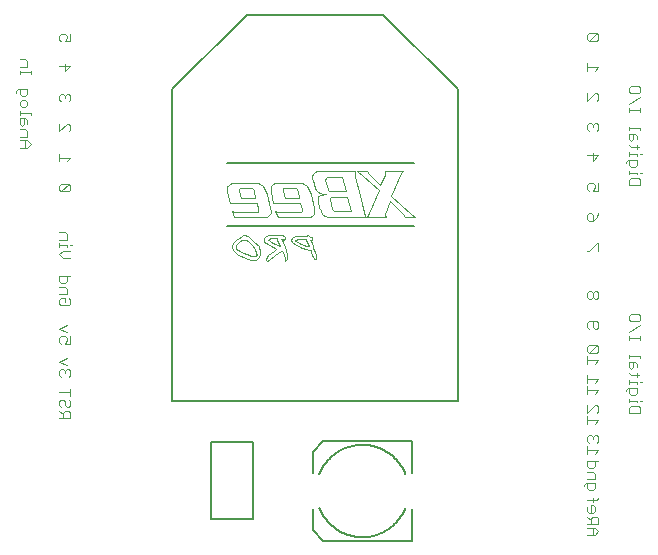
<source format=gbo>
G75*
%MOIN*%
%OFA0B0*%
%FSLAX25Y25*%
%IPPOS*%
%LPD*%
%AMOC8*
5,1,8,0,0,1.08239X$1,22.5*
%
%ADD10C,0.00300*%
%ADD11C,0.00800*%
%ADD12C,0.00600*%
%ADD13C,0.00400*%
D10*
X0152132Y0180593D02*
X0155835Y0180593D01*
X0155835Y0182445D01*
X0155218Y0183062D01*
X0153984Y0183062D01*
X0153367Y0182445D01*
X0153367Y0180593D01*
X0153367Y0181828D02*
X0152132Y0183062D01*
X0152749Y0184276D02*
X0152132Y0184894D01*
X0152132Y0186128D01*
X0152749Y0186745D01*
X0153367Y0186745D01*
X0153984Y0186128D01*
X0153984Y0184894D01*
X0154601Y0184276D01*
X0155218Y0184276D01*
X0155835Y0184894D01*
X0155835Y0186128D01*
X0155218Y0186745D01*
X0155835Y0187959D02*
X0155835Y0190428D01*
X0155835Y0189194D02*
X0152132Y0189194D01*
X0152749Y0194453D02*
X0152132Y0195070D01*
X0152132Y0196305D01*
X0152749Y0196922D01*
X0153367Y0196922D01*
X0153984Y0196305D01*
X0153984Y0195687D01*
X0153984Y0196305D02*
X0154601Y0196922D01*
X0155218Y0196922D01*
X0155835Y0196305D01*
X0155835Y0195070D01*
X0155218Y0194453D01*
X0154601Y0198136D02*
X0152132Y0199371D01*
X0154601Y0200605D01*
X0153984Y0205453D02*
X0154601Y0206687D01*
X0154601Y0207305D01*
X0153984Y0207922D01*
X0152749Y0207922D01*
X0152132Y0207305D01*
X0152132Y0206070D01*
X0152749Y0205453D01*
X0153984Y0205453D02*
X0155835Y0205453D01*
X0155835Y0207922D01*
X0154601Y0209136D02*
X0152132Y0210371D01*
X0154601Y0211605D01*
X0155218Y0218173D02*
X0152749Y0218173D01*
X0152132Y0218790D01*
X0152132Y0220024D01*
X0152749Y0220641D01*
X0153984Y0220641D01*
X0153984Y0219407D01*
X0155218Y0218173D02*
X0155835Y0218790D01*
X0155835Y0220024D01*
X0155218Y0220641D01*
X0154601Y0221856D02*
X0154601Y0223707D01*
X0153984Y0224325D01*
X0152132Y0224325D01*
X0152749Y0225539D02*
X0153984Y0225539D01*
X0154601Y0226156D01*
X0154601Y0228008D01*
X0155835Y0228008D02*
X0152132Y0228008D01*
X0152132Y0226156D01*
X0152749Y0225539D01*
X0152132Y0221856D02*
X0154601Y0221856D01*
X0155835Y0233953D02*
X0153367Y0233953D01*
X0152132Y0235187D01*
X0153367Y0236422D01*
X0155835Y0236422D01*
X0154601Y0237636D02*
X0154601Y0238253D01*
X0152132Y0238253D01*
X0152132Y0237636D02*
X0152132Y0238871D01*
X0152132Y0240092D02*
X0154601Y0240092D01*
X0154601Y0241943D01*
X0153984Y0242560D01*
X0152132Y0242560D01*
X0155835Y0238253D02*
X0156452Y0238253D01*
X0155218Y0256133D02*
X0155835Y0256750D01*
X0155835Y0257985D01*
X0155218Y0258602D01*
X0152749Y0256133D01*
X0152132Y0256750D01*
X0152132Y0257985D01*
X0152749Y0258602D01*
X0155218Y0258602D01*
X0155218Y0256133D02*
X0152749Y0256133D01*
X0152132Y0266133D02*
X0152132Y0268602D01*
X0152132Y0267367D02*
X0155835Y0267367D01*
X0154601Y0266133D01*
X0155218Y0276133D02*
X0155835Y0276750D01*
X0155835Y0277985D01*
X0155218Y0278602D01*
X0154601Y0278602D01*
X0152132Y0276133D01*
X0152132Y0278602D01*
X0152749Y0286133D02*
X0152132Y0286750D01*
X0152132Y0287985D01*
X0152749Y0288602D01*
X0153367Y0288602D01*
X0153984Y0287985D01*
X0153984Y0287367D01*
X0153984Y0287985D02*
X0154601Y0288602D01*
X0155218Y0288602D01*
X0155835Y0287985D01*
X0155835Y0286750D01*
X0155218Y0286133D01*
X0153984Y0296133D02*
X0153984Y0298602D01*
X0155835Y0297985D02*
X0153984Y0296133D01*
X0155835Y0297985D02*
X0152132Y0297985D01*
X0152749Y0306133D02*
X0152132Y0306750D01*
X0152132Y0307985D01*
X0152749Y0308602D01*
X0153984Y0308602D01*
X0154601Y0307985D01*
X0154601Y0307367D01*
X0153984Y0306133D01*
X0155835Y0306133D01*
X0155835Y0308602D01*
X0141421Y0299534D02*
X0141421Y0297682D01*
X0138952Y0297682D01*
X0138952Y0296461D02*
X0138952Y0295227D01*
X0138952Y0295844D02*
X0142655Y0295844D01*
X0142655Y0295227D02*
X0142655Y0296461D01*
X0141421Y0299534D02*
X0140804Y0300151D01*
X0138952Y0300151D01*
X0138952Y0290329D02*
X0138952Y0288478D01*
X0139569Y0287861D01*
X0140804Y0287861D01*
X0141421Y0288478D01*
X0141421Y0290329D01*
X0138335Y0290329D01*
X0137718Y0289712D01*
X0137718Y0289095D01*
X0139569Y0286646D02*
X0140804Y0286646D01*
X0141421Y0286029D01*
X0141421Y0284795D01*
X0140804Y0284178D01*
X0139569Y0284178D01*
X0138952Y0284795D01*
X0138952Y0286029D01*
X0139569Y0286646D01*
X0138952Y0282957D02*
X0138952Y0281722D01*
X0138952Y0282339D02*
X0142655Y0282339D01*
X0142655Y0281722D01*
X0141421Y0279891D02*
X0140804Y0280508D01*
X0138952Y0280508D01*
X0138952Y0278656D01*
X0139569Y0278039D01*
X0140187Y0278656D01*
X0140187Y0280508D01*
X0141421Y0279891D02*
X0141421Y0278656D01*
X0140804Y0276825D02*
X0138952Y0276825D01*
X0140804Y0276825D02*
X0141421Y0276207D01*
X0141421Y0274356D01*
X0138952Y0274356D01*
X0138952Y0273141D02*
X0141421Y0273141D01*
X0142655Y0271907D01*
X0141421Y0270673D01*
X0138952Y0270673D01*
X0140804Y0270673D02*
X0140804Y0273141D01*
X0328132Y0277067D02*
X0328749Y0276450D01*
X0328132Y0277067D02*
X0328132Y0278301D01*
X0328749Y0278919D01*
X0329367Y0278919D01*
X0329984Y0278301D01*
X0329984Y0277684D01*
X0329984Y0278301D02*
X0330601Y0278919D01*
X0331218Y0278919D01*
X0331835Y0278301D01*
X0331835Y0277067D01*
X0331218Y0276450D01*
X0329984Y0268919D02*
X0329984Y0266450D01*
X0331835Y0268301D01*
X0328132Y0268301D01*
X0328749Y0258919D02*
X0328132Y0258301D01*
X0328132Y0257067D01*
X0328749Y0256450D01*
X0329984Y0256450D02*
X0330601Y0257684D01*
X0330601Y0258301D01*
X0329984Y0258919D01*
X0328749Y0258919D01*
X0329984Y0256450D02*
X0331835Y0256450D01*
X0331835Y0258919D01*
X0331835Y0248919D02*
X0331218Y0247684D01*
X0329984Y0246450D01*
X0329984Y0248301D01*
X0329367Y0248919D01*
X0328749Y0248919D01*
X0328132Y0248301D01*
X0328132Y0247067D01*
X0328749Y0246450D01*
X0329984Y0246450D01*
X0331218Y0238919D02*
X0328749Y0236450D01*
X0328132Y0236450D01*
X0331835Y0236450D02*
X0331835Y0238919D01*
X0331218Y0238919D01*
X0331218Y0222919D02*
X0330601Y0222919D01*
X0329984Y0222301D01*
X0329984Y0221067D01*
X0330601Y0220450D01*
X0331218Y0220450D01*
X0331835Y0221067D01*
X0331835Y0222301D01*
X0331218Y0222919D01*
X0329984Y0222301D02*
X0329367Y0222919D01*
X0328749Y0222919D01*
X0328132Y0222301D01*
X0328132Y0221067D01*
X0328749Y0220450D01*
X0329367Y0220450D01*
X0329984Y0221067D01*
X0329984Y0212919D02*
X0329984Y0211067D01*
X0330601Y0210450D01*
X0331218Y0210450D01*
X0331835Y0211067D01*
X0331835Y0212301D01*
X0331218Y0212919D01*
X0328749Y0212919D01*
X0328132Y0212301D01*
X0328132Y0211067D01*
X0328749Y0210450D01*
X0328749Y0204919D02*
X0328132Y0204301D01*
X0328132Y0203067D01*
X0328749Y0202450D01*
X0331218Y0204919D01*
X0328749Y0204919D01*
X0331218Y0204919D02*
X0331835Y0204301D01*
X0331835Y0203067D01*
X0331218Y0202450D01*
X0328749Y0202450D01*
X0328132Y0201235D02*
X0328132Y0198767D01*
X0328132Y0200001D02*
X0331835Y0200001D01*
X0330601Y0198767D01*
X0328132Y0194919D02*
X0328132Y0192450D01*
X0328132Y0191235D02*
X0328132Y0188767D01*
X0328132Y0190001D02*
X0331835Y0190001D01*
X0330601Y0188767D01*
X0330601Y0192450D02*
X0331835Y0193684D01*
X0328132Y0193684D01*
X0328132Y0184919D02*
X0328132Y0182450D01*
X0330601Y0184919D01*
X0331218Y0184919D01*
X0331835Y0184301D01*
X0331835Y0183067D01*
X0331218Y0182450D01*
X0331835Y0180001D02*
X0328132Y0180001D01*
X0328132Y0178767D02*
X0328132Y0181235D01*
X0330601Y0178767D02*
X0331835Y0180001D01*
X0331218Y0174919D02*
X0330601Y0174919D01*
X0329984Y0174301D01*
X0329367Y0174919D01*
X0328749Y0174919D01*
X0328132Y0174301D01*
X0328132Y0173067D01*
X0328749Y0172450D01*
X0328132Y0171235D02*
X0328132Y0168767D01*
X0328132Y0170001D02*
X0331835Y0170001D01*
X0330601Y0168767D01*
X0330601Y0166419D02*
X0330601Y0164567D01*
X0329984Y0163950D01*
X0328749Y0163950D01*
X0328132Y0164567D01*
X0328132Y0166419D01*
X0331835Y0166419D01*
X0329984Y0162735D02*
X0328132Y0162735D01*
X0329984Y0162735D02*
X0330601Y0162118D01*
X0330601Y0160267D01*
X0328132Y0160267D01*
X0328132Y0159052D02*
X0328132Y0157201D01*
X0328749Y0156584D01*
X0329984Y0156584D01*
X0330601Y0157201D01*
X0330601Y0159052D01*
X0327515Y0159052D01*
X0326898Y0158435D01*
X0326898Y0157818D01*
X0328132Y0153295D02*
X0331218Y0153295D01*
X0331835Y0153912D01*
X0329984Y0153912D02*
X0329984Y0152677D01*
X0329984Y0151463D02*
X0329367Y0151463D01*
X0329367Y0148994D01*
X0329984Y0148994D02*
X0330601Y0149612D01*
X0330601Y0150846D01*
X0329984Y0151463D01*
X0328132Y0150846D02*
X0328132Y0149612D01*
X0328749Y0148994D01*
X0329984Y0148994D01*
X0329984Y0147780D02*
X0329367Y0147163D01*
X0329367Y0145311D01*
X0329367Y0146546D02*
X0328132Y0147780D01*
X0329984Y0147780D02*
X0331218Y0147780D01*
X0331835Y0147163D01*
X0331835Y0145311D01*
X0328132Y0145311D01*
X0328132Y0144097D02*
X0330601Y0144097D01*
X0331835Y0142862D01*
X0330601Y0141628D01*
X0328132Y0141628D01*
X0329984Y0141628D02*
X0329984Y0144097D01*
X0331218Y0172450D02*
X0331835Y0173067D01*
X0331835Y0174301D01*
X0331218Y0174919D01*
X0329984Y0174301D02*
X0329984Y0173684D01*
X0342132Y0182133D02*
X0342132Y0183985D01*
X0342749Y0184602D01*
X0345218Y0184602D01*
X0345835Y0183985D01*
X0345835Y0182133D01*
X0342132Y0182133D01*
X0342132Y0185816D02*
X0342132Y0187050D01*
X0342132Y0186433D02*
X0344601Y0186433D01*
X0344601Y0185816D01*
X0345835Y0186433D02*
X0346452Y0186433D01*
X0344601Y0188889D02*
X0344601Y0190740D01*
X0341515Y0190740D01*
X0340898Y0190123D01*
X0340898Y0189506D01*
X0342132Y0188889D02*
X0342132Y0190740D01*
X0342132Y0191955D02*
X0342132Y0193189D01*
X0342132Y0192572D02*
X0344601Y0192572D01*
X0344601Y0191955D01*
X0345835Y0192572D02*
X0346452Y0192572D01*
X0344601Y0194410D02*
X0344601Y0195644D01*
X0345218Y0195027D02*
X0342749Y0195027D01*
X0342132Y0195644D01*
X0342749Y0196866D02*
X0343367Y0197483D01*
X0343367Y0199334D01*
X0343984Y0199334D02*
X0342132Y0199334D01*
X0342132Y0197483D01*
X0342749Y0196866D01*
X0344601Y0197483D02*
X0344601Y0198717D01*
X0343984Y0199334D01*
X0345835Y0200549D02*
X0345835Y0201166D01*
X0342132Y0201166D01*
X0342132Y0200549D02*
X0342132Y0201783D01*
X0342132Y0206687D02*
X0342132Y0207922D01*
X0342132Y0207304D02*
X0345835Y0207304D01*
X0345835Y0206687D02*
X0345835Y0207922D01*
X0345835Y0211611D02*
X0342132Y0209143D01*
X0342749Y0212826D02*
X0342132Y0213443D01*
X0342132Y0214677D01*
X0342749Y0215295D01*
X0345218Y0215295D01*
X0345835Y0214677D01*
X0345835Y0213443D01*
X0345218Y0212826D01*
X0342749Y0212826D01*
X0342132Y0188889D02*
X0342749Y0188272D01*
X0343984Y0188272D01*
X0344601Y0188889D01*
X0345835Y0258133D02*
X0345835Y0259985D01*
X0345218Y0260602D01*
X0342749Y0260602D01*
X0342132Y0259985D01*
X0342132Y0258133D01*
X0345835Y0258133D01*
X0344601Y0261816D02*
X0344601Y0262433D01*
X0342132Y0262433D01*
X0342132Y0261816D02*
X0342132Y0263050D01*
X0342749Y0264272D02*
X0342132Y0264889D01*
X0342132Y0266740D01*
X0341515Y0266740D02*
X0344601Y0266740D01*
X0344601Y0264889D01*
X0343984Y0264272D01*
X0342749Y0264272D01*
X0340898Y0265506D02*
X0340898Y0266123D01*
X0341515Y0266740D01*
X0342132Y0267955D02*
X0342132Y0269189D01*
X0342132Y0268572D02*
X0344601Y0268572D01*
X0344601Y0267955D01*
X0345835Y0268572D02*
X0346452Y0268572D01*
X0344601Y0270410D02*
X0344601Y0271644D01*
X0345218Y0271027D02*
X0342749Y0271027D01*
X0342132Y0271644D01*
X0342749Y0272866D02*
X0343367Y0273483D01*
X0343367Y0275334D01*
X0343984Y0275334D02*
X0342132Y0275334D01*
X0342132Y0273483D01*
X0342749Y0272866D01*
X0344601Y0273483D02*
X0344601Y0274717D01*
X0343984Y0275334D01*
X0345835Y0276549D02*
X0345835Y0277166D01*
X0342132Y0277166D01*
X0342132Y0276549D02*
X0342132Y0277783D01*
X0342132Y0282687D02*
X0342132Y0283922D01*
X0342132Y0283304D02*
X0345835Y0283304D01*
X0345835Y0282687D02*
X0345835Y0283922D01*
X0345835Y0287611D02*
X0342132Y0285143D01*
X0342749Y0288826D02*
X0342132Y0289443D01*
X0342132Y0290677D01*
X0342749Y0291295D01*
X0345218Y0291295D01*
X0345835Y0290677D01*
X0345835Y0289443D01*
X0345218Y0288826D01*
X0342749Y0288826D01*
X0331835Y0288301D02*
X0331835Y0287067D01*
X0331218Y0286450D01*
X0331835Y0288301D02*
X0331218Y0288919D01*
X0330601Y0288919D01*
X0328132Y0286450D01*
X0328132Y0288919D01*
X0328132Y0296450D02*
X0328132Y0298919D01*
X0328132Y0297684D02*
X0331835Y0297684D01*
X0330601Y0296450D01*
X0331218Y0306450D02*
X0328749Y0306450D01*
X0331218Y0308919D01*
X0328749Y0308919D01*
X0328132Y0308301D01*
X0328132Y0307067D01*
X0328749Y0306450D01*
X0331218Y0306450D02*
X0331835Y0307067D01*
X0331835Y0308301D01*
X0331218Y0308919D01*
X0345835Y0262433D02*
X0346452Y0262433D01*
D11*
X0285014Y0290160D02*
X0260112Y0315062D01*
X0214640Y0315062D01*
X0189738Y0290160D01*
X0189738Y0186203D01*
X0285014Y0186203D01*
X0285014Y0290160D01*
X0269659Y0172837D02*
X0240132Y0172837D01*
X0236588Y0169294D01*
X0236588Y0162207D01*
X0236588Y0150396D02*
X0236588Y0143310D01*
X0240132Y0139766D01*
X0269659Y0139766D01*
X0269659Y0150396D01*
X0269659Y0162207D02*
X0269659Y0172837D01*
X0267494Y0150790D02*
X0267356Y0150442D01*
X0267209Y0150098D01*
X0267054Y0149757D01*
X0266891Y0149420D01*
X0266719Y0149087D01*
X0266539Y0148758D01*
X0266352Y0148434D01*
X0266157Y0148114D01*
X0265953Y0147800D01*
X0265743Y0147490D01*
X0265525Y0147186D01*
X0265299Y0146887D01*
X0265066Y0146593D01*
X0264827Y0146305D01*
X0264580Y0146024D01*
X0264326Y0145748D01*
X0264066Y0145479D01*
X0263800Y0145215D01*
X0263527Y0144959D01*
X0263248Y0144709D01*
X0262963Y0144466D01*
X0262672Y0144230D01*
X0262375Y0144002D01*
X0262073Y0143780D01*
X0261766Y0143566D01*
X0261453Y0143360D01*
X0261136Y0143161D01*
X0260814Y0142970D01*
X0260487Y0142787D01*
X0260156Y0142611D01*
X0259821Y0142444D01*
X0259482Y0142286D01*
X0259139Y0142135D01*
X0258792Y0141993D01*
X0258443Y0141859D01*
X0258090Y0141734D01*
X0257734Y0141618D01*
X0257375Y0141510D01*
X0257014Y0141411D01*
X0256650Y0141320D01*
X0256285Y0141239D01*
X0255917Y0141167D01*
X0255548Y0141103D01*
X0255178Y0141049D01*
X0254806Y0141003D01*
X0254433Y0140967D01*
X0254060Y0140939D01*
X0253686Y0140921D01*
X0253311Y0140912D01*
X0252937Y0140912D01*
X0252562Y0140921D01*
X0252188Y0140939D01*
X0251815Y0140967D01*
X0251442Y0141003D01*
X0251070Y0141049D01*
X0250700Y0141103D01*
X0250331Y0141167D01*
X0249963Y0141239D01*
X0249598Y0141320D01*
X0249234Y0141411D01*
X0248873Y0141510D01*
X0248514Y0141618D01*
X0248158Y0141734D01*
X0247805Y0141859D01*
X0247456Y0141993D01*
X0247109Y0142135D01*
X0246766Y0142286D01*
X0246427Y0142444D01*
X0246092Y0142611D01*
X0245761Y0142787D01*
X0245434Y0142970D01*
X0245112Y0143161D01*
X0244795Y0143360D01*
X0244482Y0143566D01*
X0244175Y0143780D01*
X0243873Y0144002D01*
X0243576Y0144230D01*
X0243285Y0144466D01*
X0243000Y0144709D01*
X0242721Y0144959D01*
X0242448Y0145215D01*
X0242182Y0145479D01*
X0241922Y0145748D01*
X0241668Y0146024D01*
X0241421Y0146305D01*
X0241182Y0146593D01*
X0240949Y0146887D01*
X0240723Y0147186D01*
X0240505Y0147490D01*
X0240295Y0147800D01*
X0240091Y0148114D01*
X0239896Y0148434D01*
X0239709Y0148758D01*
X0239529Y0149087D01*
X0239357Y0149420D01*
X0239194Y0149757D01*
X0239039Y0150098D01*
X0238892Y0150442D01*
X0238754Y0150790D01*
X0238754Y0161814D02*
X0238892Y0162162D01*
X0239039Y0162506D01*
X0239194Y0162847D01*
X0239357Y0163184D01*
X0239529Y0163517D01*
X0239709Y0163846D01*
X0239896Y0164170D01*
X0240091Y0164490D01*
X0240295Y0164804D01*
X0240505Y0165114D01*
X0240723Y0165418D01*
X0240949Y0165717D01*
X0241182Y0166011D01*
X0241421Y0166299D01*
X0241668Y0166580D01*
X0241922Y0166856D01*
X0242182Y0167125D01*
X0242448Y0167389D01*
X0242721Y0167645D01*
X0243000Y0167895D01*
X0243285Y0168138D01*
X0243576Y0168374D01*
X0243873Y0168602D01*
X0244175Y0168824D01*
X0244482Y0169038D01*
X0244795Y0169244D01*
X0245112Y0169443D01*
X0245434Y0169634D01*
X0245761Y0169817D01*
X0246092Y0169993D01*
X0246427Y0170160D01*
X0246766Y0170318D01*
X0247109Y0170469D01*
X0247456Y0170611D01*
X0247805Y0170745D01*
X0248158Y0170870D01*
X0248514Y0170986D01*
X0248873Y0171094D01*
X0249234Y0171193D01*
X0249598Y0171284D01*
X0249963Y0171365D01*
X0250331Y0171437D01*
X0250700Y0171501D01*
X0251070Y0171555D01*
X0251442Y0171601D01*
X0251815Y0171637D01*
X0252188Y0171665D01*
X0252562Y0171683D01*
X0252937Y0171692D01*
X0253311Y0171692D01*
X0253686Y0171683D01*
X0254060Y0171665D01*
X0254433Y0171637D01*
X0254806Y0171601D01*
X0255178Y0171555D01*
X0255548Y0171501D01*
X0255917Y0171437D01*
X0256285Y0171365D01*
X0256650Y0171284D01*
X0257014Y0171193D01*
X0257375Y0171094D01*
X0257734Y0170986D01*
X0258090Y0170870D01*
X0258443Y0170745D01*
X0258792Y0170611D01*
X0259139Y0170469D01*
X0259482Y0170318D01*
X0259821Y0170160D01*
X0260156Y0169993D01*
X0260487Y0169817D01*
X0260814Y0169634D01*
X0261136Y0169443D01*
X0261453Y0169244D01*
X0261766Y0169038D01*
X0262073Y0168824D01*
X0262375Y0168602D01*
X0262672Y0168374D01*
X0262963Y0168138D01*
X0263248Y0167895D01*
X0263527Y0167645D01*
X0263800Y0167389D01*
X0264066Y0167125D01*
X0264326Y0166856D01*
X0264580Y0166580D01*
X0264827Y0166299D01*
X0265066Y0166011D01*
X0265299Y0165717D01*
X0265525Y0165418D01*
X0265743Y0165114D01*
X0265953Y0164804D01*
X0266157Y0164490D01*
X0266352Y0164170D01*
X0266539Y0163846D01*
X0266719Y0163517D01*
X0266891Y0163184D01*
X0267054Y0162847D01*
X0267209Y0162506D01*
X0267356Y0162162D01*
X0267494Y0161814D01*
X0216817Y0172747D02*
X0216817Y0146944D01*
X0202817Y0146944D01*
X0202817Y0172747D01*
X0216817Y0172747D01*
D12*
X0208101Y0244739D02*
X0270379Y0244739D01*
X0270379Y0265627D02*
X0208101Y0265627D01*
D13*
X0209526Y0258883D02*
X0208923Y0258664D01*
X0208210Y0258116D01*
X0207991Y0257897D01*
X0207991Y0255978D01*
X0208923Y0252195D01*
X0217914Y0252195D01*
X0218353Y0250331D01*
X0218462Y0250002D01*
X0218408Y0249618D01*
X0218188Y0249454D01*
X0210294Y0249454D01*
X0209581Y0249564D01*
X0210349Y0247699D01*
X0221204Y0247699D01*
X0221642Y0247809D01*
X0222081Y0248138D01*
X0222355Y0248522D01*
X0222520Y0249125D01*
X0222520Y0249673D01*
X0222410Y0250550D01*
X0221313Y0255430D01*
X0221149Y0256033D01*
X0220491Y0257348D01*
X0219997Y0258061D01*
X0219120Y0258609D01*
X0218462Y0258829D01*
X0218134Y0258883D01*
X0209526Y0258883D01*
X0212048Y0256965D02*
X0212048Y0256252D01*
X0212651Y0253895D01*
X0217366Y0253895D01*
X0217421Y0253949D01*
X0217037Y0256197D01*
X0216873Y0256636D01*
X0216653Y0257020D01*
X0216324Y0257184D01*
X0212432Y0257184D01*
X0212213Y0257129D01*
X0212048Y0256965D01*
X0222574Y0257897D02*
X0222574Y0255978D01*
X0223506Y0252195D01*
X0232497Y0252195D01*
X0232936Y0250331D01*
X0233045Y0250002D01*
X0232990Y0249618D01*
X0232771Y0249454D01*
X0224877Y0249454D01*
X0224164Y0249564D01*
X0224931Y0247699D01*
X0235786Y0247699D01*
X0236225Y0247809D01*
X0236664Y0248138D01*
X0236938Y0248522D01*
X0237102Y0249125D01*
X0237102Y0249673D01*
X0236992Y0250550D01*
X0235896Y0255430D01*
X0235731Y0256033D01*
X0235073Y0257348D01*
X0234580Y0258061D01*
X0233703Y0258609D01*
X0233045Y0258829D01*
X0232716Y0258883D01*
X0224109Y0258883D01*
X0223506Y0258664D01*
X0222793Y0258116D01*
X0222574Y0257897D01*
X0226631Y0256965D02*
X0226631Y0256252D01*
X0227234Y0253895D01*
X0231949Y0253895D01*
X0232003Y0253949D01*
X0231620Y0256197D01*
X0231455Y0256636D01*
X0231236Y0257020D01*
X0230907Y0257184D01*
X0227015Y0257184D01*
X0226796Y0257129D01*
X0226631Y0256965D01*
X0236499Y0260364D02*
X0236664Y0259925D01*
X0237322Y0257184D01*
X0237541Y0256636D01*
X0238363Y0255813D01*
X0239021Y0255539D01*
X0239898Y0255320D01*
X0240994Y0255320D01*
X0239405Y0255101D01*
X0238253Y0254553D01*
X0238199Y0254443D01*
X0238199Y0252962D01*
X0238801Y0250550D01*
X0239185Y0249948D01*
X0239295Y0249290D01*
X0240117Y0248357D01*
X0240775Y0248029D01*
X0241817Y0247699D01*
X0260840Y0247699D01*
X0260511Y0248303D01*
X0260511Y0248686D01*
X0262266Y0253018D01*
X0266816Y0248577D01*
X0267309Y0247699D01*
X0270544Y0247699D01*
X0269173Y0248686D01*
X0262814Y0254662D01*
X0265939Y0262283D01*
X0266542Y0262886D01*
X0260511Y0262886D01*
X0260511Y0262557D01*
X0260676Y0262228D01*
X0260511Y0261953D01*
X0260511Y0261679D01*
X0259141Y0258225D01*
X0255248Y0262063D01*
X0255029Y0262337D01*
X0254865Y0262666D01*
X0254810Y0262886D01*
X0251356Y0262886D01*
X0252069Y0262392D01*
X0252617Y0262009D01*
X0253384Y0261351D01*
X0258538Y0256526D01*
X0255468Y0248960D01*
X0254590Y0247755D01*
X0254426Y0247755D01*
X0254097Y0248083D01*
X0253659Y0249399D01*
X0253001Y0251866D01*
X0252233Y0254991D01*
X0250808Y0260802D01*
X0250588Y0261789D01*
X0250588Y0262886D01*
X0238144Y0262886D01*
X0237486Y0262721D01*
X0237047Y0262447D01*
X0236718Y0261844D01*
X0236499Y0261296D01*
X0236499Y0260364D01*
X0240830Y0259870D02*
X0241597Y0256965D01*
X0241762Y0256581D01*
X0242091Y0256362D01*
X0247573Y0256362D01*
X0246422Y0261022D01*
X0241378Y0261022D01*
X0240885Y0260748D01*
X0240830Y0259870D01*
X0242968Y0254388D02*
X0242529Y0254223D01*
X0242255Y0253840D01*
X0242255Y0253675D01*
X0243078Y0250441D01*
X0243297Y0250112D01*
X0243681Y0249673D01*
X0243900Y0249564D01*
X0249218Y0249564D01*
X0247957Y0254388D01*
X0242968Y0254388D01*
X0236225Y0240901D02*
X0236225Y0239970D01*
X0235786Y0239970D01*
X0236060Y0239531D01*
X0236334Y0238873D01*
X0236609Y0237996D01*
X0236773Y0237338D01*
X0236883Y0236625D01*
X0237212Y0235858D01*
X0237705Y0234816D01*
X0237815Y0234378D01*
X0237815Y0233994D01*
X0237596Y0233665D01*
X0237322Y0233501D01*
X0237102Y0233610D01*
X0236992Y0233829D01*
X0236773Y0234213D01*
X0236499Y0235090D01*
X0236170Y0236077D01*
X0236006Y0236571D01*
X0235622Y0236571D01*
X0235293Y0236625D01*
X0234306Y0236845D01*
X0233045Y0237338D01*
X0230633Y0238544D01*
X0229975Y0238983D01*
X0229646Y0239366D01*
X0229427Y0239860D01*
X0229427Y0240079D01*
X0229701Y0240573D01*
X0230797Y0241231D01*
X0232387Y0241395D01*
X0234361Y0241395D01*
X0234854Y0241669D01*
X0235293Y0241231D01*
X0235731Y0240901D01*
X0236225Y0240901D01*
X0234416Y0240024D02*
X0234306Y0240299D01*
X0231510Y0240299D01*
X0230852Y0240024D01*
X0230688Y0239915D01*
X0230743Y0239750D01*
X0231017Y0239531D01*
X0231894Y0239092D01*
X0232607Y0238599D01*
X0233594Y0238325D01*
X0234306Y0238051D01*
X0234745Y0237996D01*
X0235403Y0237996D01*
X0234416Y0240024D01*
X0227453Y0240627D02*
X0227398Y0240957D01*
X0227070Y0241285D01*
X0226466Y0241505D01*
X0225754Y0241779D01*
X0222574Y0241779D01*
X0221916Y0241614D01*
X0221149Y0241340D01*
X0220710Y0241066D01*
X0220326Y0240627D01*
X0220217Y0240353D01*
X0220491Y0239860D01*
X0220491Y0239422D01*
X0220929Y0238983D01*
X0221533Y0238599D01*
X0222738Y0238051D01*
X0223890Y0237338D01*
X0224438Y0237009D01*
X0223616Y0236187D01*
X0222574Y0235474D01*
X0221807Y0234871D01*
X0221368Y0234323D01*
X0221149Y0233775D01*
X0221094Y0233446D01*
X0221258Y0233117D01*
X0221423Y0233062D01*
X0221861Y0233391D01*
X0223999Y0235090D01*
X0226028Y0236461D01*
X0226412Y0236461D01*
X0226521Y0236077D01*
X0226905Y0234981D01*
X0227234Y0233994D01*
X0227453Y0233446D01*
X0227453Y0233117D01*
X0228056Y0233665D01*
X0228111Y0234487D01*
X0228001Y0235036D01*
X0227508Y0236790D01*
X0227234Y0237777D01*
X0226631Y0239147D01*
X0226247Y0239860D01*
X0226083Y0240244D01*
X0226466Y0240299D01*
X0226905Y0239970D01*
X0226905Y0240024D01*
X0227070Y0240244D01*
X0227344Y0240408D01*
X0227453Y0240627D01*
X0224547Y0240463D02*
X0224603Y0239915D01*
X0225644Y0238051D01*
X0224986Y0238380D01*
X0224164Y0238544D01*
X0223451Y0238928D01*
X0222684Y0239366D01*
X0222135Y0239915D01*
X0221752Y0240024D01*
X0221916Y0240353D01*
X0222574Y0240463D01*
X0224547Y0240463D01*
X0218517Y0237941D02*
X0217037Y0239422D01*
X0214954Y0241176D01*
X0213802Y0241779D01*
X0213747Y0241779D02*
X0213199Y0241559D01*
X0212816Y0241121D01*
X0212761Y0240847D01*
X0211993Y0240627D01*
X0210897Y0239860D01*
X0209965Y0239092D01*
X0209691Y0238051D01*
X0209800Y0237338D01*
X0210403Y0236242D01*
X0211445Y0235419D01*
X0212212Y0234652D01*
X0213638Y0234323D01*
X0214679Y0233665D01*
X0216270Y0233446D01*
X0217530Y0233446D01*
X0218462Y0234049D01*
X0219010Y0235090D01*
X0218956Y0236187D01*
X0218682Y0237503D01*
X0218517Y0237941D01*
X0217311Y0237119D02*
X0216379Y0238380D01*
X0214954Y0239476D01*
X0214351Y0239915D01*
X0212980Y0239915D01*
X0212322Y0239696D01*
X0211116Y0238435D01*
X0211116Y0237119D01*
X0212212Y0236351D01*
X0213364Y0235694D01*
X0214734Y0235255D01*
X0216050Y0234761D01*
X0217366Y0234707D01*
X0217859Y0234981D01*
X0217805Y0235529D01*
X0217311Y0237119D01*
M02*

</source>
